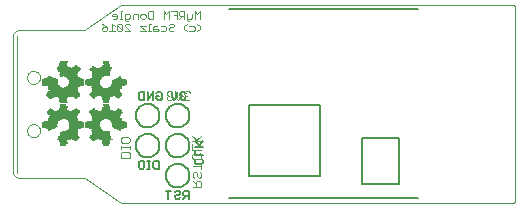
<source format=gbo>
G75*
%MOIN*%
%OFA0B0*%
%FSLAX24Y24*%
%IPPOS*%
%LPD*%
%AMOC8*
5,1,8,0,0,1.08239X$1,22.5*
%
%ADD10C,0.0000*%
%ADD11C,0.0020*%
%ADD12C,0.0030*%
%ADD13C,0.0020*%
%ADD14C,0.0080*%
%ADD15C,0.0060*%
%ADD16R,0.0200X0.0033*%
%ADD17R,0.0200X0.0033*%
%ADD18R,0.0234X0.0033*%
%ADD19R,0.0234X0.0033*%
%ADD20R,0.0267X0.0033*%
%ADD21R,0.0267X0.0033*%
%ADD22R,0.0100X0.0033*%
%ADD23R,0.0434X0.0033*%
%ADD24R,0.0700X0.0033*%
%ADD25R,0.0733X0.0033*%
%ADD26R,0.0700X0.0033*%
%ADD27R,0.0633X0.0033*%
%ADD28R,0.0667X0.0033*%
%ADD29R,0.0567X0.0033*%
%ADD30R,0.0600X0.0033*%
%ADD31R,0.0567X0.0033*%
%ADD32R,0.0566X0.0033*%
%ADD33R,0.0067X0.0033*%
%ADD34R,0.0400X0.0033*%
%ADD35R,0.0134X0.0033*%
%ADD36R,0.0366X0.0033*%
%ADD37R,0.0300X0.0033*%
%ADD38R,0.0433X0.0033*%
%ADD39R,0.0334X0.0033*%
%ADD40R,0.0467X0.0033*%
%ADD41R,0.0500X0.0033*%
%ADD42R,0.0533X0.0033*%
%ADD43R,0.0534X0.0033*%
%ADD44R,0.0500X0.0033*%
%ADD45R,0.0367X0.0033*%
%ADD46R,0.0434X0.0033*%
%ADD47R,0.1000X0.0033*%
%ADD48R,0.0967X0.0033*%
%ADD49R,0.0933X0.0033*%
%ADD50R,0.0966X0.0033*%
%ADD51R,0.1000X0.0033*%
%ADD52R,0.1067X0.0033*%
%ADD53R,0.1100X0.0033*%
%ADD54R,0.1133X0.0033*%
%ADD55R,0.1100X0.0033*%
%ADD56R,0.0233X0.0033*%
%ADD57R,0.0133X0.0033*%
%ADD58R,0.0100X0.0033*%
%ADD59R,0.0134X0.0033*%
%ADD60R,0.0033X0.0033*%
%ADD61R,0.0034X0.0033*%
%ADD62R,0.0233X0.0033*%
%ADD63R,0.0067X0.0033*%
%ADD64R,0.0167X0.0033*%
%ADD65R,0.0333X0.0033*%
%ADD66R,0.0166X0.0033*%
%ADD67R,0.1133X0.0033*%
%ADD68R,0.0933X0.0033*%
%ADD69R,0.0966X0.0033*%
%ADD70R,0.0967X0.0033*%
%ADD71R,0.0467X0.0033*%
%ADD72R,0.0466X0.0033*%
%ADD73R,0.0400X0.0033*%
%ADD74R,0.0566X0.0033*%
%ADD75R,0.0533X0.0033*%
%ADD76R,0.0534X0.0033*%
%ADD77R,0.0433X0.0033*%
%ADD78R,0.0466X0.0033*%
%ADD79R,0.0600X0.0033*%
%ADD80R,0.0633X0.0033*%
%ADD81R,0.0733X0.0033*%
%ADD82R,0.0767X0.0033*%
%ADD83R,0.0333X0.0033*%
%ADD84R,0.0133X0.0033*%
D10*
X006315Y002474D02*
X006315Y006900D01*
X006317Y006930D01*
X006322Y006960D01*
X006331Y006989D01*
X006344Y007016D01*
X006359Y007042D01*
X006378Y007066D01*
X006399Y007087D01*
X006423Y007106D01*
X006449Y007121D01*
X006476Y007134D01*
X006505Y007143D01*
X006535Y007148D01*
X006565Y007150D01*
X008636Y007150D01*
X008779Y007195D02*
X009915Y007988D01*
X022963Y007988D01*
X022980Y007986D01*
X022997Y007982D01*
X023013Y007975D01*
X023027Y007965D01*
X023040Y007952D01*
X023050Y007938D01*
X023057Y007922D01*
X023061Y007905D01*
X023063Y007888D01*
X023063Y001486D01*
X023061Y001469D01*
X023057Y001452D01*
X023050Y001436D01*
X023040Y001422D01*
X023027Y001409D01*
X023013Y001399D01*
X022997Y001392D01*
X022980Y001388D01*
X022963Y001386D01*
X009915Y001386D01*
X008740Y002224D01*
X006565Y002224D01*
X006535Y002226D01*
X006505Y002231D01*
X006476Y002240D01*
X006449Y002253D01*
X006423Y002268D01*
X006399Y002287D01*
X006378Y002308D01*
X006359Y002332D01*
X006344Y002358D01*
X006331Y002385D01*
X006322Y002414D01*
X006317Y002444D01*
X006315Y002474D01*
X006798Y003801D02*
X006800Y003830D01*
X006806Y003858D01*
X006815Y003886D01*
X006828Y003912D01*
X006845Y003935D01*
X006864Y003957D01*
X006886Y003976D01*
X006911Y003991D01*
X006937Y004004D01*
X006965Y004012D01*
X006993Y004017D01*
X007022Y004018D01*
X007051Y004015D01*
X007079Y004008D01*
X007106Y003998D01*
X007132Y003984D01*
X007155Y003967D01*
X007176Y003947D01*
X007194Y003924D01*
X007209Y003899D01*
X007220Y003872D01*
X007228Y003844D01*
X007232Y003815D01*
X007232Y003787D01*
X007228Y003758D01*
X007220Y003730D01*
X007209Y003703D01*
X007194Y003678D01*
X007176Y003655D01*
X007155Y003635D01*
X007132Y003618D01*
X007106Y003604D01*
X007079Y003594D01*
X007051Y003587D01*
X007022Y003584D01*
X006993Y003585D01*
X006965Y003590D01*
X006937Y003598D01*
X006911Y003611D01*
X006886Y003626D01*
X006864Y003645D01*
X006845Y003667D01*
X006828Y003690D01*
X006815Y003716D01*
X006806Y003744D01*
X006800Y003772D01*
X006798Y003801D01*
X006798Y005573D02*
X006800Y005602D01*
X006806Y005630D01*
X006815Y005658D01*
X006828Y005684D01*
X006845Y005707D01*
X006864Y005729D01*
X006886Y005748D01*
X006911Y005763D01*
X006937Y005776D01*
X006965Y005784D01*
X006993Y005789D01*
X007022Y005790D01*
X007051Y005787D01*
X007079Y005780D01*
X007106Y005770D01*
X007132Y005756D01*
X007155Y005739D01*
X007176Y005719D01*
X007194Y005696D01*
X007209Y005671D01*
X007220Y005644D01*
X007228Y005616D01*
X007232Y005587D01*
X007232Y005559D01*
X007228Y005530D01*
X007220Y005502D01*
X007209Y005475D01*
X007194Y005450D01*
X007176Y005427D01*
X007155Y005407D01*
X007132Y005390D01*
X007106Y005376D01*
X007079Y005366D01*
X007051Y005359D01*
X007022Y005356D01*
X006993Y005357D01*
X006965Y005362D01*
X006937Y005370D01*
X006911Y005383D01*
X006886Y005398D01*
X006864Y005417D01*
X006845Y005439D01*
X006828Y005462D01*
X006815Y005488D01*
X006806Y005516D01*
X006800Y005544D01*
X006798Y005573D01*
X008636Y007150D02*
X008666Y007152D01*
X008696Y007157D01*
X008725Y007167D01*
X008753Y007179D01*
X008779Y007195D01*
D11*
X009287Y007197D02*
X009331Y007240D01*
X009461Y007240D01*
X009461Y007153D01*
X009418Y007110D01*
X009331Y007110D01*
X009287Y007153D01*
X009287Y007197D01*
X009374Y007327D02*
X009287Y007370D01*
X009374Y007327D02*
X009461Y007240D01*
X009545Y007110D02*
X009719Y007110D01*
X009632Y007110D02*
X009632Y007370D01*
X009719Y007283D01*
X009803Y007327D02*
X009977Y007153D01*
X009933Y007110D01*
X009846Y007110D01*
X009803Y007153D01*
X009803Y007327D01*
X009846Y007370D01*
X009933Y007370D01*
X009977Y007327D01*
X009977Y007153D01*
X010061Y007110D02*
X010234Y007110D01*
X010061Y007283D01*
X010061Y007327D01*
X010104Y007370D01*
X010191Y007370D01*
X010234Y007327D01*
X010148Y007443D02*
X010104Y007443D01*
X010061Y007487D01*
X010061Y007703D01*
X010191Y007703D01*
X010234Y007660D01*
X010234Y007573D01*
X010191Y007530D01*
X010061Y007530D01*
X009977Y007530D02*
X009890Y007530D01*
X009933Y007530D02*
X009933Y007790D01*
X009977Y007790D01*
X009805Y007660D02*
X009761Y007703D01*
X009675Y007703D01*
X009631Y007660D01*
X009631Y007617D01*
X009805Y007617D01*
X009805Y007660D02*
X009805Y007573D01*
X009761Y007530D01*
X009675Y007530D01*
X010319Y007530D02*
X010319Y007660D01*
X010362Y007703D01*
X010492Y007703D01*
X010492Y007530D01*
X010577Y007573D02*
X010577Y007660D01*
X010620Y007703D01*
X010707Y007703D01*
X010750Y007660D01*
X010750Y007573D01*
X010707Y007530D01*
X010620Y007530D01*
X010577Y007573D01*
X010834Y007573D02*
X010834Y007747D01*
X010878Y007790D01*
X011008Y007790D01*
X011008Y007530D01*
X010878Y007530D01*
X010834Y007573D01*
X010879Y007370D02*
X010879Y007110D01*
X010922Y007110D02*
X010835Y007110D01*
X010750Y007110D02*
X010577Y007110D01*
X010577Y007283D02*
X010750Y007110D01*
X011006Y007110D02*
X011006Y007240D01*
X011050Y007283D01*
X011136Y007283D01*
X011136Y007197D02*
X011006Y007197D01*
X011006Y007110D02*
X011136Y007110D01*
X011180Y007153D01*
X011136Y007197D01*
X011264Y007283D02*
X011394Y007283D01*
X011438Y007240D01*
X011438Y007153D01*
X011394Y007110D01*
X011264Y007110D01*
X011522Y007153D02*
X011565Y007110D01*
X011652Y007110D01*
X011695Y007153D01*
X011652Y007240D02*
X011565Y007240D01*
X011522Y007197D01*
X011522Y007153D01*
X011652Y007240D02*
X011695Y007283D01*
X011695Y007327D01*
X011652Y007370D01*
X011565Y007370D01*
X011522Y007327D01*
X011523Y007530D02*
X011523Y007790D01*
X011437Y007703D01*
X011350Y007790D01*
X011350Y007530D01*
X011695Y007660D02*
X011781Y007660D01*
X011866Y007660D02*
X011909Y007617D01*
X012039Y007617D01*
X011952Y007617D02*
X011866Y007530D01*
X011781Y007530D02*
X011781Y007790D01*
X011608Y007790D01*
X011866Y007747D02*
X011866Y007660D01*
X011866Y007747D02*
X011909Y007790D01*
X012039Y007790D01*
X012039Y007530D01*
X012123Y007530D02*
X012254Y007530D01*
X012297Y007573D01*
X012297Y007703D01*
X012381Y007790D02*
X012468Y007703D01*
X012555Y007790D01*
X012555Y007530D01*
X012381Y007530D02*
X012381Y007790D01*
X012123Y007703D02*
X012123Y007487D01*
X012167Y007443D01*
X012210Y007443D01*
X012125Y007370D02*
X012038Y007283D01*
X012038Y007197D01*
X012125Y007110D01*
X012209Y007110D02*
X012340Y007110D01*
X012383Y007153D01*
X012383Y007240D01*
X012340Y007283D01*
X012209Y007283D01*
X012468Y007370D02*
X012555Y007283D01*
X012555Y007197D01*
X012468Y007110D01*
X010922Y007370D02*
X010879Y007370D01*
X010750Y007283D02*
X010577Y007283D01*
D12*
X010555Y005105D02*
X010700Y005105D01*
X010700Y004815D01*
X010555Y004815D01*
X010507Y004863D01*
X010507Y005057D01*
X010555Y005105D01*
X010802Y005105D02*
X010802Y004815D01*
X010995Y005105D01*
X010995Y004815D01*
X011096Y004863D02*
X011096Y004960D01*
X011193Y004960D01*
X011096Y004863D02*
X011145Y004815D01*
X011241Y004815D01*
X011290Y004863D01*
X011290Y005057D01*
X011241Y005105D01*
X011145Y005105D01*
X011096Y005057D01*
X011447Y005057D02*
X011447Y005008D01*
X011495Y004960D01*
X011447Y004912D01*
X011447Y004863D01*
X011495Y004815D01*
X011592Y004815D01*
X011640Y004863D01*
X011742Y004912D02*
X011742Y005105D01*
X011640Y005057D02*
X011592Y005105D01*
X011495Y005105D01*
X011447Y005057D01*
X011495Y004960D02*
X011544Y004960D01*
X011742Y004912D02*
X011838Y004815D01*
X011935Y004912D01*
X011935Y005105D01*
X012036Y005057D02*
X012036Y005008D01*
X012085Y004960D01*
X012036Y004912D01*
X012036Y004863D01*
X012085Y004815D01*
X012181Y004815D01*
X012230Y004863D01*
X012133Y004960D02*
X012085Y004960D01*
X012036Y005057D02*
X012085Y005105D01*
X012181Y005105D01*
X012230Y005057D01*
X012310Y003634D02*
X012455Y003489D01*
X012407Y003440D02*
X012600Y003634D01*
X012600Y003440D02*
X012310Y003440D01*
X012310Y003339D02*
X012310Y003146D01*
X012600Y003146D01*
X012552Y003045D02*
X012600Y002996D01*
X012600Y002899D01*
X012552Y002851D01*
X012358Y002851D01*
X012310Y002899D01*
X012310Y002996D01*
X012358Y003045D01*
X012610Y002714D02*
X012610Y002520D01*
X012610Y002617D02*
X012320Y002617D01*
X012368Y002419D02*
X012320Y002371D01*
X012320Y002274D01*
X012368Y002226D01*
X012465Y002274D02*
X012513Y002226D01*
X012562Y002226D01*
X012610Y002274D01*
X012610Y002371D01*
X012562Y002419D01*
X012465Y002371D02*
X012417Y002419D01*
X012368Y002419D01*
X012465Y002371D02*
X012465Y002274D01*
X012465Y002125D02*
X012417Y002076D01*
X012417Y001931D01*
X012417Y002028D02*
X012320Y002125D01*
X012465Y002125D02*
X012562Y002125D01*
X012610Y002076D01*
X012610Y001931D01*
X012320Y001931D01*
X010220Y002899D02*
X010220Y003044D01*
X010172Y003093D01*
X009978Y003093D01*
X009930Y003044D01*
X009930Y002899D01*
X010220Y002899D01*
X010220Y003194D02*
X010220Y003291D01*
X010220Y003242D02*
X009930Y003242D01*
X009930Y003194D02*
X009930Y003291D01*
X009978Y003390D02*
X009930Y003439D01*
X009930Y003535D01*
X009978Y003584D01*
X010172Y003584D01*
X010220Y003535D01*
X010220Y003439D01*
X010172Y003390D01*
X009978Y003390D01*
D13*
X006464Y002404D02*
X006464Y006970D01*
D14*
X010421Y004300D02*
X010423Y004339D01*
X010429Y004378D01*
X010439Y004416D01*
X010452Y004453D01*
X010469Y004488D01*
X010489Y004522D01*
X010513Y004553D01*
X010540Y004582D01*
X010569Y004608D01*
X010601Y004631D01*
X010635Y004651D01*
X010671Y004667D01*
X010708Y004679D01*
X010747Y004688D01*
X010786Y004693D01*
X010825Y004694D01*
X010864Y004691D01*
X010903Y004684D01*
X010940Y004673D01*
X010977Y004659D01*
X011012Y004641D01*
X011045Y004620D01*
X011076Y004595D01*
X011104Y004568D01*
X011129Y004538D01*
X011151Y004505D01*
X011170Y004471D01*
X011185Y004435D01*
X011197Y004397D01*
X011205Y004359D01*
X011209Y004320D01*
X011209Y004280D01*
X011205Y004241D01*
X011197Y004203D01*
X011185Y004165D01*
X011170Y004129D01*
X011151Y004095D01*
X011129Y004062D01*
X011104Y004032D01*
X011076Y004005D01*
X011045Y003980D01*
X011012Y003959D01*
X010977Y003941D01*
X010940Y003927D01*
X010903Y003916D01*
X010864Y003909D01*
X010825Y003906D01*
X010786Y003907D01*
X010747Y003912D01*
X010708Y003921D01*
X010671Y003933D01*
X010635Y003949D01*
X010601Y003969D01*
X010569Y003992D01*
X010540Y004018D01*
X010513Y004047D01*
X010489Y004078D01*
X010469Y004112D01*
X010452Y004147D01*
X010439Y004184D01*
X010429Y004222D01*
X010423Y004261D01*
X010421Y004300D01*
X011421Y004300D02*
X011423Y004339D01*
X011429Y004378D01*
X011439Y004416D01*
X011452Y004453D01*
X011469Y004488D01*
X011489Y004522D01*
X011513Y004553D01*
X011540Y004582D01*
X011569Y004608D01*
X011601Y004631D01*
X011635Y004651D01*
X011671Y004667D01*
X011708Y004679D01*
X011747Y004688D01*
X011786Y004693D01*
X011825Y004694D01*
X011864Y004691D01*
X011903Y004684D01*
X011940Y004673D01*
X011977Y004659D01*
X012012Y004641D01*
X012045Y004620D01*
X012076Y004595D01*
X012104Y004568D01*
X012129Y004538D01*
X012151Y004505D01*
X012170Y004471D01*
X012185Y004435D01*
X012197Y004397D01*
X012205Y004359D01*
X012209Y004320D01*
X012209Y004280D01*
X012205Y004241D01*
X012197Y004203D01*
X012185Y004165D01*
X012170Y004129D01*
X012151Y004095D01*
X012129Y004062D01*
X012104Y004032D01*
X012076Y004005D01*
X012045Y003980D01*
X012012Y003959D01*
X011977Y003941D01*
X011940Y003927D01*
X011903Y003916D01*
X011864Y003909D01*
X011825Y003906D01*
X011786Y003907D01*
X011747Y003912D01*
X011708Y003921D01*
X011671Y003933D01*
X011635Y003949D01*
X011601Y003969D01*
X011569Y003992D01*
X011540Y004018D01*
X011513Y004047D01*
X011489Y004078D01*
X011469Y004112D01*
X011452Y004147D01*
X011439Y004184D01*
X011429Y004222D01*
X011423Y004261D01*
X011421Y004300D01*
X011421Y003300D02*
X011423Y003339D01*
X011429Y003378D01*
X011439Y003416D01*
X011452Y003453D01*
X011469Y003488D01*
X011489Y003522D01*
X011513Y003553D01*
X011540Y003582D01*
X011569Y003608D01*
X011601Y003631D01*
X011635Y003651D01*
X011671Y003667D01*
X011708Y003679D01*
X011747Y003688D01*
X011786Y003693D01*
X011825Y003694D01*
X011864Y003691D01*
X011903Y003684D01*
X011940Y003673D01*
X011977Y003659D01*
X012012Y003641D01*
X012045Y003620D01*
X012076Y003595D01*
X012104Y003568D01*
X012129Y003538D01*
X012151Y003505D01*
X012170Y003471D01*
X012185Y003435D01*
X012197Y003397D01*
X012205Y003359D01*
X012209Y003320D01*
X012209Y003280D01*
X012205Y003241D01*
X012197Y003203D01*
X012185Y003165D01*
X012170Y003129D01*
X012151Y003095D01*
X012129Y003062D01*
X012104Y003032D01*
X012076Y003005D01*
X012045Y002980D01*
X012012Y002959D01*
X011977Y002941D01*
X011940Y002927D01*
X011903Y002916D01*
X011864Y002909D01*
X011825Y002906D01*
X011786Y002907D01*
X011747Y002912D01*
X011708Y002921D01*
X011671Y002933D01*
X011635Y002949D01*
X011601Y002969D01*
X011569Y002992D01*
X011540Y003018D01*
X011513Y003047D01*
X011489Y003078D01*
X011469Y003112D01*
X011452Y003147D01*
X011439Y003184D01*
X011429Y003222D01*
X011423Y003261D01*
X011421Y003300D01*
X010421Y003300D02*
X010423Y003339D01*
X010429Y003378D01*
X010439Y003416D01*
X010452Y003453D01*
X010469Y003488D01*
X010489Y003522D01*
X010513Y003553D01*
X010540Y003582D01*
X010569Y003608D01*
X010601Y003631D01*
X010635Y003651D01*
X010671Y003667D01*
X010708Y003679D01*
X010747Y003688D01*
X010786Y003693D01*
X010825Y003694D01*
X010864Y003691D01*
X010903Y003684D01*
X010940Y003673D01*
X010977Y003659D01*
X011012Y003641D01*
X011045Y003620D01*
X011076Y003595D01*
X011104Y003568D01*
X011129Y003538D01*
X011151Y003505D01*
X011170Y003471D01*
X011185Y003435D01*
X011197Y003397D01*
X011205Y003359D01*
X011209Y003320D01*
X011209Y003280D01*
X011205Y003241D01*
X011197Y003203D01*
X011185Y003165D01*
X011170Y003129D01*
X011151Y003095D01*
X011129Y003062D01*
X011104Y003032D01*
X011076Y003005D01*
X011045Y002980D01*
X011012Y002959D01*
X010977Y002941D01*
X010940Y002927D01*
X010903Y002916D01*
X010864Y002909D01*
X010825Y002906D01*
X010786Y002907D01*
X010747Y002912D01*
X010708Y002921D01*
X010671Y002933D01*
X010635Y002949D01*
X010601Y002969D01*
X010569Y002992D01*
X010540Y003018D01*
X010513Y003047D01*
X010489Y003078D01*
X010469Y003112D01*
X010452Y003147D01*
X010439Y003184D01*
X010429Y003222D01*
X010423Y003261D01*
X010421Y003300D01*
X011421Y002300D02*
X011423Y002339D01*
X011429Y002378D01*
X011439Y002416D01*
X011452Y002453D01*
X011469Y002488D01*
X011489Y002522D01*
X011513Y002553D01*
X011540Y002582D01*
X011569Y002608D01*
X011601Y002631D01*
X011635Y002651D01*
X011671Y002667D01*
X011708Y002679D01*
X011747Y002688D01*
X011786Y002693D01*
X011825Y002694D01*
X011864Y002691D01*
X011903Y002684D01*
X011940Y002673D01*
X011977Y002659D01*
X012012Y002641D01*
X012045Y002620D01*
X012076Y002595D01*
X012104Y002568D01*
X012129Y002538D01*
X012151Y002505D01*
X012170Y002471D01*
X012185Y002435D01*
X012197Y002397D01*
X012205Y002359D01*
X012209Y002320D01*
X012209Y002280D01*
X012205Y002241D01*
X012197Y002203D01*
X012185Y002165D01*
X012170Y002129D01*
X012151Y002095D01*
X012129Y002062D01*
X012104Y002032D01*
X012076Y002005D01*
X012045Y001980D01*
X012012Y001959D01*
X011977Y001941D01*
X011940Y001927D01*
X011903Y001916D01*
X011864Y001909D01*
X011825Y001906D01*
X011786Y001907D01*
X011747Y001912D01*
X011708Y001921D01*
X011671Y001933D01*
X011635Y001949D01*
X011601Y001969D01*
X011569Y001992D01*
X011540Y002018D01*
X011513Y002047D01*
X011489Y002078D01*
X011469Y002112D01*
X011452Y002147D01*
X011439Y002184D01*
X011429Y002222D01*
X011423Y002261D01*
X011421Y002300D01*
X013515Y001550D02*
X019814Y001550D01*
X019212Y002019D02*
X017952Y002019D01*
X017952Y003550D01*
X019212Y003550D01*
X019212Y002019D01*
X016558Y002291D02*
X016558Y004669D01*
X014181Y004669D01*
X014181Y002291D01*
X016558Y002291D01*
X013515Y007850D02*
X019814Y007850D01*
D15*
X012085Y005047D02*
X012041Y005090D01*
X011955Y005090D01*
X011911Y005047D01*
X011911Y005003D01*
X011955Y004960D01*
X011911Y004917D01*
X011911Y004873D01*
X011955Y004830D01*
X012041Y004830D01*
X012085Y004873D01*
X011998Y004960D02*
X011955Y004960D01*
X011790Y004917D02*
X011703Y004830D01*
X011617Y004917D01*
X011617Y005090D01*
X011790Y005090D02*
X011790Y004917D01*
X011285Y004873D02*
X011241Y004830D01*
X011155Y004830D01*
X011111Y004873D01*
X011111Y004960D01*
X011198Y004960D01*
X011285Y005047D02*
X011285Y004873D01*
X010990Y004830D02*
X010990Y005090D01*
X010817Y004830D01*
X010817Y005090D01*
X010695Y005090D02*
X010565Y005090D01*
X010522Y005047D01*
X010522Y004873D01*
X010565Y004830D01*
X010695Y004830D01*
X010695Y005090D01*
X011111Y005047D02*
X011155Y005090D01*
X011241Y005090D01*
X011285Y005047D01*
X012395Y003443D02*
X012525Y003313D01*
X012482Y003269D02*
X012655Y003443D01*
X012655Y003269D02*
X012395Y003269D01*
X012395Y003148D02*
X012395Y002975D01*
X012655Y002975D01*
X012612Y002853D02*
X012655Y002810D01*
X012655Y002723D01*
X012612Y002680D01*
X012438Y002680D01*
X012395Y002723D01*
X012395Y002810D01*
X012438Y002853D01*
X011185Y002790D02*
X011185Y002530D01*
X011055Y002530D01*
X011011Y002573D01*
X011011Y002747D01*
X011055Y002790D01*
X011185Y002790D01*
X010890Y002790D02*
X010803Y002790D01*
X010847Y002790D02*
X010847Y002530D01*
X010890Y002530D02*
X010803Y002530D01*
X010694Y002573D02*
X010650Y002530D01*
X010564Y002530D01*
X010520Y002573D01*
X010520Y002747D01*
X010564Y002790D01*
X010650Y002790D01*
X010694Y002747D01*
X010694Y002573D01*
X011422Y001790D02*
X011595Y001790D01*
X011509Y001790D02*
X011509Y001530D01*
X011717Y001573D02*
X011760Y001530D01*
X011847Y001530D01*
X011890Y001573D01*
X011847Y001660D02*
X011760Y001660D01*
X011717Y001617D01*
X011717Y001573D01*
X011847Y001660D02*
X011890Y001703D01*
X011890Y001747D01*
X011847Y001790D01*
X011760Y001790D01*
X011717Y001747D01*
X012011Y001747D02*
X012011Y001660D01*
X012055Y001617D01*
X012185Y001617D01*
X012098Y001617D02*
X012011Y001530D01*
X012185Y001530D02*
X012185Y001790D01*
X012055Y001790D01*
X012011Y001747D01*
D16*
X009432Y003300D03*
X009032Y003500D03*
X008398Y003500D03*
X007998Y003300D03*
X009432Y004800D03*
X009432Y006100D03*
D17*
X009432Y006067D03*
X009432Y006033D03*
X007565Y005567D03*
X009032Y004933D03*
X009432Y004767D03*
X009432Y004733D03*
X009432Y004667D03*
X009432Y004633D03*
X009832Y004933D03*
X007998Y004667D03*
X007998Y004633D03*
X007598Y004467D03*
X007998Y003333D03*
X009432Y003333D03*
D18*
X009415Y003367D03*
X008015Y003367D03*
X008415Y004467D03*
X008015Y004567D03*
X008015Y004733D03*
X009015Y004467D03*
X009415Y004833D03*
X009015Y005867D03*
X008015Y006067D03*
D19*
X008015Y006100D03*
X008415Y005900D03*
X008015Y004600D03*
X008015Y003400D03*
D20*
X009431Y003400D03*
X009431Y004500D03*
X009431Y004900D03*
X007998Y004800D03*
X007998Y004500D03*
X007998Y006000D03*
D21*
X007998Y006033D03*
X007998Y005967D03*
X009431Y005967D03*
X009431Y005933D03*
X009431Y004867D03*
X009431Y004567D03*
X009431Y004533D03*
X007998Y004533D03*
X007998Y004767D03*
X007998Y004833D03*
X007998Y004867D03*
X007998Y003467D03*
X007998Y003433D03*
X009431Y003433D03*
X009431Y003467D03*
D22*
X009015Y003467D03*
X008415Y003467D03*
X007582Y004867D03*
X009882Y005567D03*
D23*
X008015Y005900D03*
X008015Y003500D03*
X009415Y003500D03*
D24*
X009248Y003533D03*
X008182Y003533D03*
X008182Y005767D03*
D25*
X009231Y005833D03*
X009231Y003567D03*
X008198Y003567D03*
D26*
X008182Y003600D03*
X009248Y003600D03*
X009248Y005800D03*
D27*
X009248Y005767D03*
X009248Y005733D03*
X008181Y005733D03*
X008181Y003667D03*
X008181Y003633D03*
X009248Y003667D03*
D28*
X009231Y003633D03*
D29*
X008181Y003700D03*
X007581Y005300D03*
D30*
X009265Y005700D03*
X009265Y003700D03*
D31*
X009248Y003733D03*
X009248Y003767D03*
X008181Y003733D03*
X009248Y005633D03*
X009248Y005667D03*
D32*
X008215Y003767D03*
D33*
X007531Y003800D03*
X009898Y003800D03*
X009898Y005600D03*
D34*
X009432Y005900D03*
X009132Y003800D03*
X008298Y003800D03*
D35*
X007565Y003833D03*
X009865Y003833D03*
D36*
X009115Y003833D03*
X009115Y004133D03*
X008315Y004133D03*
X008315Y003833D03*
X009115Y005267D03*
X009115Y005567D03*
D37*
X007582Y003867D03*
D38*
X008281Y004167D03*
X007981Y004467D03*
X008381Y003867D03*
X009048Y003867D03*
X009148Y004167D03*
X009448Y004467D03*
X009448Y004933D03*
X007681Y005267D03*
D39*
X009865Y003867D03*
D40*
X009898Y003900D03*
X009831Y004100D03*
X009031Y004100D03*
X008398Y004100D03*
X007598Y004100D03*
X007531Y003900D03*
X009031Y005300D03*
X009831Y005300D03*
D41*
X009882Y005400D03*
X009015Y005500D03*
X008982Y005400D03*
X008448Y005400D03*
X008448Y004000D03*
X008448Y003900D03*
X008982Y004000D03*
X009882Y004000D03*
X007548Y004000D03*
D42*
X008998Y003900D03*
X008431Y005500D03*
D43*
X007565Y005467D03*
X007565Y005433D03*
X007565Y005367D03*
X007565Y005333D03*
X009865Y005333D03*
X009865Y004067D03*
X007565Y004067D03*
X007565Y004033D03*
X007565Y003933D03*
D44*
X007548Y003967D03*
X008448Y003967D03*
X008448Y003933D03*
X008448Y004033D03*
X008448Y004067D03*
X008982Y004067D03*
X008982Y004033D03*
X008982Y003967D03*
X008982Y003933D03*
X009882Y003933D03*
X009882Y003967D03*
X009882Y004033D03*
X008982Y005333D03*
X008982Y005367D03*
X008982Y005433D03*
X008982Y005467D03*
X008448Y005467D03*
X008448Y005433D03*
X008448Y005367D03*
X008382Y005533D03*
X009882Y005467D03*
X009882Y005433D03*
X009882Y005367D03*
D45*
X009748Y005267D03*
X009081Y005533D03*
X009748Y004133D03*
X007681Y004133D03*
D46*
X007715Y004167D03*
X009715Y004167D03*
X009715Y005233D03*
X008315Y005267D03*
X008315Y005567D03*
D47*
X007998Y005200D03*
X007998Y005100D03*
X009432Y004300D03*
X007998Y004200D03*
D48*
X009448Y004200D03*
X009448Y005200D03*
D49*
X009431Y005167D03*
X009431Y005133D03*
X009431Y004267D03*
X009431Y004233D03*
X007998Y004233D03*
X007998Y004267D03*
D50*
X008015Y004300D03*
D51*
X007998Y004333D03*
X009432Y004333D03*
X009432Y005067D03*
D52*
X009431Y005033D03*
X009431Y004967D03*
X009431Y004367D03*
X007998Y004367D03*
X007998Y005067D03*
D53*
X008015Y004400D03*
X009415Y005000D03*
D54*
X009431Y004400D03*
X007998Y005000D03*
D55*
X008015Y005033D03*
X008015Y004933D03*
X008015Y004433D03*
X009415Y004433D03*
D56*
X009848Y004467D03*
X009848Y005533D03*
D57*
X009831Y004900D03*
X008431Y004500D03*
X007598Y004500D03*
D58*
X009015Y004500D03*
X009015Y004900D03*
X007948Y005600D03*
X007548Y005600D03*
D59*
X009865Y004500D03*
D60*
X009848Y004533D03*
X009848Y004867D03*
X008448Y004533D03*
X007581Y004533D03*
D61*
X009015Y004533D03*
X009015Y004867D03*
D62*
X009448Y004600D03*
X009448Y006000D03*
D63*
X008998Y005933D03*
X008431Y005967D03*
X008431Y004867D03*
D64*
X007581Y004900D03*
D65*
X007998Y004900D03*
D66*
X008415Y004900D03*
X009015Y005900D03*
D67*
X007998Y004967D03*
D68*
X009431Y005100D03*
D69*
X008015Y005133D03*
D70*
X007981Y005167D03*
D71*
X007731Y005233D03*
X009398Y005867D03*
D72*
X008265Y005233D03*
D73*
X007565Y005533D03*
X009132Y005233D03*
D74*
X008415Y005300D03*
D75*
X008431Y005333D03*
D76*
X007565Y005400D03*
X007565Y005500D03*
D77*
X009148Y005600D03*
X009881Y005500D03*
D78*
X008265Y005600D03*
D79*
X008198Y005633D03*
X008165Y005667D03*
D80*
X008181Y005700D03*
D81*
X008198Y005800D03*
D82*
X008181Y005833D03*
X008181Y005867D03*
D83*
X007998Y005933D03*
D84*
X008431Y005933D03*
M02*

</source>
